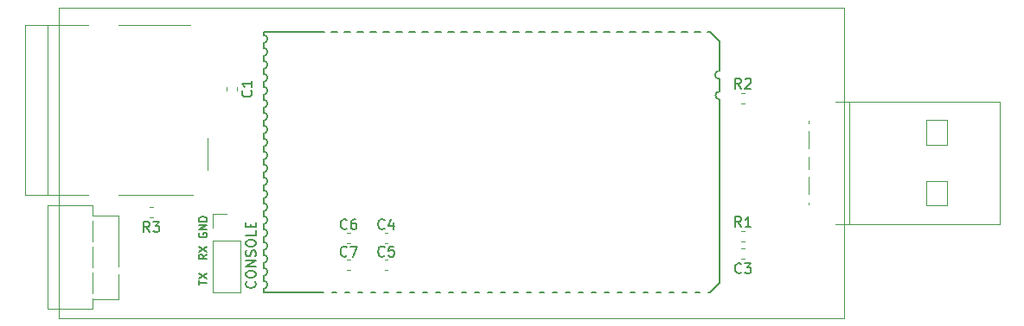
<source format=gbr>
G04 #@! TF.GenerationSoftware,KiCad,Pcbnew,(5.1.5)-3*
G04 #@! TF.CreationDate,2020-07-11T10:03:06+02:00*
G04 #@! TF.ProjectId,switch,73776974-6368-42e6-9b69-6361645f7063,rev?*
G04 #@! TF.SameCoordinates,PX48c2b58PY65ad6b4*
G04 #@! TF.FileFunction,Legend,Top*
G04 #@! TF.FilePolarity,Positive*
%FSLAX46Y46*%
G04 Gerber Fmt 4.6, Leading zero omitted, Abs format (unit mm)*
G04 Created by KiCad (PCBNEW (5.1.5)-3) date 2020-07-11 10:03:06*
%MOMM*%
%LPD*%
G04 APERTURE LIST*
%ADD10C,0.050000*%
%ADD11C,0.150000*%
%ADD12C,0.120000*%
%ADD13C,0.160000*%
%ADD14C,0.102000*%
%ADD15C,0.100000*%
G04 APERTURE END LIST*
D10*
X0Y30480000D02*
X76862000Y30480000D01*
X0Y0D02*
X0Y30480000D01*
X76862000Y0D02*
X0Y0D01*
X76862000Y30480000D02*
X76862000Y0D01*
D11*
X19153142Y3574024D02*
X19200761Y3526405D01*
X19248380Y3383548D01*
X19248380Y3288310D01*
X19200761Y3145453D01*
X19105523Y3050215D01*
X19010285Y3002596D01*
X18819809Y2954977D01*
X18676952Y2954977D01*
X18486476Y3002596D01*
X18391238Y3050215D01*
X18296000Y3145453D01*
X18248380Y3288310D01*
X18248380Y3383548D01*
X18296000Y3526405D01*
X18343619Y3574024D01*
X18248380Y4193072D02*
X18248380Y4383548D01*
X18296000Y4478786D01*
X18391238Y4574024D01*
X18581714Y4621643D01*
X18915047Y4621643D01*
X19105523Y4574024D01*
X19200761Y4478786D01*
X19248380Y4383548D01*
X19248380Y4193072D01*
X19200761Y4097834D01*
X19105523Y4002596D01*
X18915047Y3954977D01*
X18581714Y3954977D01*
X18391238Y4002596D01*
X18296000Y4097834D01*
X18248380Y4193072D01*
X19248380Y5050215D02*
X18248380Y5050215D01*
X19248380Y5621643D01*
X18248380Y5621643D01*
X19200761Y6050215D02*
X19248380Y6193072D01*
X19248380Y6431167D01*
X19200761Y6526405D01*
X19153142Y6574024D01*
X19057904Y6621643D01*
X18962666Y6621643D01*
X18867428Y6574024D01*
X18819809Y6526405D01*
X18772190Y6431167D01*
X18724571Y6240691D01*
X18676952Y6145453D01*
X18629333Y6097834D01*
X18534095Y6050215D01*
X18438857Y6050215D01*
X18343619Y6097834D01*
X18296000Y6145453D01*
X18248380Y6240691D01*
X18248380Y6478786D01*
X18296000Y6621643D01*
X18248380Y7240691D02*
X18248380Y7431167D01*
X18296000Y7526405D01*
X18391238Y7621643D01*
X18581714Y7669262D01*
X18915047Y7669262D01*
X19105523Y7621643D01*
X19200761Y7526405D01*
X19248380Y7431167D01*
X19248380Y7240691D01*
X19200761Y7145453D01*
X19105523Y7050215D01*
X18915047Y7002596D01*
X18581714Y7002596D01*
X18391238Y7050215D01*
X18296000Y7145453D01*
X18248380Y7240691D01*
X19248380Y8574024D02*
X19248380Y8097834D01*
X18248380Y8097834D01*
X18724571Y8907358D02*
X18724571Y9240691D01*
X19248380Y9383548D02*
X19248380Y8907358D01*
X18248380Y8907358D01*
X18248380Y9383548D01*
X13679714Y3251929D02*
X13679714Y3687357D01*
X14441714Y3469643D02*
X13679714Y3469643D01*
X13679714Y3868786D02*
X14441714Y4376786D01*
X13679714Y4376786D02*
X14441714Y3868786D01*
X14441714Y6245501D02*
X14078857Y5991501D01*
X14441714Y5810072D02*
X13679714Y5810072D01*
X13679714Y6100358D01*
X13716000Y6172929D01*
X13752285Y6209215D01*
X13824857Y6245501D01*
X13933714Y6245501D01*
X14006285Y6209215D01*
X14042571Y6172929D01*
X14078857Y6100358D01*
X14078857Y5810072D01*
X13679714Y6499501D02*
X14441714Y7007501D01*
X13679714Y7007501D02*
X14441714Y6499501D01*
X13716000Y8331929D02*
X13679714Y8259357D01*
X13679714Y8150500D01*
X13716000Y8041643D01*
X13788571Y7969072D01*
X13861142Y7932786D01*
X14006285Y7896500D01*
X14115142Y7896500D01*
X14260285Y7932786D01*
X14332857Y7969072D01*
X14405428Y8041643D01*
X14441714Y8150500D01*
X14441714Y8223072D01*
X14405428Y8331929D01*
X14369142Y8368215D01*
X14115142Y8368215D01*
X14115142Y8223072D01*
X14441714Y8694786D02*
X13679714Y8694786D01*
X14441714Y9130215D01*
X13679714Y9130215D01*
X14441714Y9493072D02*
X13679714Y9493072D01*
X13679714Y9674500D01*
X13716000Y9783357D01*
X13788571Y9855929D01*
X13861142Y9892215D01*
X14006285Y9928500D01*
X14115142Y9928500D01*
X14260285Y9892215D01*
X14332857Y9855929D01*
X14405428Y9783357D01*
X14441714Y9674500D01*
X14441714Y9493072D01*
D12*
X8854221Y9904000D02*
X9179779Y9904000D01*
X8854221Y10924000D02*
X9179779Y10924000D01*
D13*
X63518800Y2540000D02*
X63754800Y2540000D01*
X63754800Y2540000D02*
X64642800Y3428000D01*
X64642800Y3428000D02*
X64642800Y21444000D01*
X64642800Y21444000D02*
G75*
G02X64642800Y22244000I0J400000D01*
G01*
X64642800Y22244000D02*
X64642800Y23478000D01*
X64642708Y23477987D02*
G75*
G02X64642800Y24270000I-53908J396013D01*
G01*
X64642800Y24270000D02*
X64642800Y27120000D01*
X64642800Y27120000D02*
X63695800Y28067000D01*
X63695800Y28067000D02*
X63498800Y28067000D01*
X62739800Y28067000D02*
X62228800Y28067000D01*
X61469800Y28067000D02*
X60958800Y28067000D01*
X60199800Y28067000D02*
X59688800Y28067000D01*
X58929800Y28067000D02*
X58418800Y28067000D01*
X57659800Y28067000D02*
X57148800Y28067000D01*
X56389800Y28067000D02*
X55878800Y28067000D01*
X55119800Y28067000D02*
X54608800Y28067000D01*
X53849800Y28067000D02*
X53338800Y28067000D01*
X52579800Y28067000D02*
X52068800Y28067000D01*
X51309800Y28067000D02*
X50798800Y28067000D01*
X50039800Y28067000D02*
X49528800Y28067000D01*
X48769800Y28067000D02*
X48258800Y28067000D01*
X47499800Y28067000D02*
X46988800Y28067000D01*
X46229800Y28067000D02*
X45718800Y28067000D01*
X44959800Y28067000D02*
X44448800Y28067000D01*
X43689800Y28067000D02*
X43178800Y28067000D01*
X42419800Y28067000D02*
X41908800Y28067000D01*
X41149800Y28067000D02*
X40638800Y28067000D01*
X39879800Y28067000D02*
X39368800Y28067000D01*
X38609800Y28067000D02*
X38098800Y28067000D01*
X37339800Y28067000D02*
X36828800Y28067000D01*
X36069800Y28067000D02*
X35558800Y28067000D01*
X34799800Y28067000D02*
X34288800Y28067000D01*
X33529800Y28067000D02*
X33018800Y28067000D01*
X32259800Y28067000D02*
X31748800Y28067000D01*
X30989800Y28067000D02*
X30478800Y28067000D01*
X29719800Y28067000D02*
X29208800Y28067000D01*
X28449800Y28067000D02*
X27938800Y28067000D01*
X27179800Y28067000D02*
X26668800Y28067000D01*
X25909800Y28067000D02*
X19988800Y28067000D01*
X19988800Y28067000D02*
X19988800Y27774000D01*
X19988800Y27774000D02*
G75*
G02X20388800Y27374000I0J-400000D01*
G01*
X20388800Y27374000D02*
G75*
G02X19988800Y26974000I-400000J0D01*
G01*
X19988800Y26974000D02*
X19988800Y26504000D01*
X19988800Y26504000D02*
G75*
G02X20388800Y26104000I0J-400000D01*
G01*
X20388800Y26104000D02*
G75*
G02X19988800Y25704000I-400000J0D01*
G01*
X19988800Y25704000D02*
X19988800Y25234000D01*
X19988800Y25234000D02*
G75*
G02X20388800Y24834000I0J-400000D01*
G01*
X20388800Y24834000D02*
G75*
G02X19988800Y24434000I-400000J0D01*
G01*
X19988800Y24434000D02*
X19988800Y23964000D01*
X19988800Y23964000D02*
G75*
G02X20388800Y23564000I0J-400000D01*
G01*
X20388800Y23564000D02*
G75*
G02X19988800Y23164000I-400000J0D01*
G01*
X19988800Y23164000D02*
X19988800Y22694000D01*
X19988800Y22694000D02*
G75*
G02X20388800Y22294000I0J-400000D01*
G01*
X20388800Y22294000D02*
G75*
G02X19988800Y21894000I-400000J0D01*
G01*
X19988800Y21894000D02*
X19988800Y21424000D01*
X19988800Y21424000D02*
G75*
G02X20388800Y21024000I0J-400000D01*
G01*
X20388800Y21024000D02*
G75*
G02X19988800Y20624000I-400000J0D01*
G01*
X19988800Y20624000D02*
X19988800Y20154000D01*
X19988800Y20154000D02*
G75*
G02X20388800Y19754000I0J-400000D01*
G01*
X20388800Y19754000D02*
G75*
G02X19988800Y19354000I-400000J0D01*
G01*
X19988800Y19354000D02*
X19988800Y18884000D01*
X19988800Y18884000D02*
G75*
G02X20388800Y18484000I0J-400000D01*
G01*
X20388800Y18484000D02*
G75*
G02X19988800Y18084000I-400000J0D01*
G01*
X19988800Y18084000D02*
X19988800Y17614000D01*
X19988800Y17614000D02*
G75*
G02X20388800Y17214000I0J-400000D01*
G01*
X20388800Y17214000D02*
G75*
G02X19988800Y16814000I-400000J0D01*
G01*
X19988800Y16814000D02*
X19988800Y16344000D01*
X19988800Y16344000D02*
G75*
G02X20388800Y15944000I0J-400000D01*
G01*
X20388800Y15944000D02*
G75*
G02X19988800Y15544000I-400000J0D01*
G01*
X19988800Y15544000D02*
X19988800Y15074000D01*
X19988800Y15074000D02*
G75*
G02X20388800Y14674000I0J-400000D01*
G01*
X20388800Y14674000D02*
G75*
G02X19988800Y14274000I-400000J0D01*
G01*
X19988800Y14274000D02*
X19988800Y13804000D01*
X19988800Y13804000D02*
G75*
G02X20388800Y13404000I0J-400000D01*
G01*
X20388800Y13404000D02*
G75*
G02X19988800Y13004000I-400000J0D01*
G01*
X19988800Y13004000D02*
X19988800Y12534000D01*
X19988800Y12534000D02*
G75*
G02X20388800Y12134000I0J-400000D01*
G01*
X20388800Y12134000D02*
G75*
G02X19988800Y11734000I-400000J0D01*
G01*
X19988800Y11734000D02*
X19988800Y11264000D01*
X19988800Y11264000D02*
G75*
G02X20388800Y10864000I0J-400000D01*
G01*
X20388800Y10864000D02*
G75*
G02X19988800Y10464000I-400000J0D01*
G01*
X19988800Y10464000D02*
X19988800Y9994000D01*
X19988800Y9994000D02*
G75*
G02X20388800Y9594000I0J-400000D01*
G01*
X20388800Y9594000D02*
G75*
G02X19988800Y9194000I-400000J0D01*
G01*
X19988800Y9194000D02*
X19988800Y8724000D01*
X19988800Y8724000D02*
G75*
G02X20388800Y8324000I0J-400000D01*
G01*
X20388800Y8324000D02*
G75*
G02X19988800Y7924000I-400000J0D01*
G01*
X19988800Y7924000D02*
X19988800Y7454000D01*
X19988800Y7454000D02*
G75*
G02X20388800Y7054000I0J-400000D01*
G01*
X20388800Y7054000D02*
G75*
G02X19988800Y6654000I-400000J0D01*
G01*
X19988800Y6654000D02*
X19988800Y6184000D01*
X19988800Y6184000D02*
G75*
G02X20388800Y5784000I0J-400000D01*
G01*
X20388800Y5784000D02*
G75*
G02X19988800Y5384000I-400000J0D01*
G01*
X19988800Y5384000D02*
X19988800Y4914000D01*
X19988800Y4914000D02*
G75*
G02X20388800Y4514000I0J-400000D01*
G01*
X20388800Y4514000D02*
G75*
G02X19988800Y4114000I-400000J0D01*
G01*
X19988800Y4114000D02*
X19988800Y3644000D01*
X19988800Y3644000D02*
G75*
G02X20388800Y3244000I0J-400000D01*
G01*
X20388800Y3244000D02*
G75*
G02X19988800Y2844000I-400000J0D01*
G01*
X19988800Y2844000D02*
X19988800Y2540000D01*
X19988800Y2540000D02*
X25888800Y2540000D01*
X26688800Y2540000D02*
X27158800Y2540000D01*
X27958800Y2540000D02*
X28428800Y2540000D01*
X29228800Y2540000D02*
X29698800Y2540000D01*
X30498800Y2540000D02*
X30968800Y2540000D01*
X31768800Y2540000D02*
X32238800Y2540000D01*
X33038800Y2540000D02*
X33508800Y2540000D01*
X34308800Y2540000D02*
X34778800Y2540000D01*
X35578800Y2540000D02*
X36048800Y2540000D01*
X36848800Y2540000D02*
X37318800Y2540000D01*
X38118800Y2540000D02*
X38588800Y2540000D01*
X39388800Y2540000D02*
X39858800Y2540000D01*
X40658800Y2540000D02*
X41128800Y2540000D01*
X41928800Y2540000D02*
X42398800Y2540000D01*
X43198800Y2540000D02*
X43668800Y2540000D01*
X44468800Y2540000D02*
X44938800Y2540000D01*
X45738800Y2540000D02*
X46208800Y2540000D01*
X47008800Y2540000D02*
X47478800Y2540000D01*
X48278800Y2540000D02*
X48748800Y2540000D01*
X49548800Y2540000D02*
X50018800Y2540000D01*
X50818800Y2540000D02*
X51288800Y2540000D01*
X52088800Y2540000D02*
X52558800Y2540000D01*
X53358800Y2540000D02*
X53828800Y2540000D01*
X54628800Y2540000D02*
X55098800Y2540000D01*
X55898800Y2540000D02*
X56368800Y2540000D01*
X57168800Y2540000D02*
X57638800Y2540000D01*
X58438800Y2540000D02*
X58908800Y2540000D01*
X59708800Y2540000D02*
X60178800Y2540000D01*
X60978800Y2540000D02*
X61448800Y2540000D01*
X62248800Y2540000D02*
X62718800Y2540000D01*
D12*
X28158221Y4697000D02*
X28483779Y4697000D01*
X28158221Y5717000D02*
X28483779Y5717000D01*
X28158221Y7364000D02*
X28483779Y7364000D01*
X28158221Y8384000D02*
X28483779Y8384000D01*
X31841221Y4697000D02*
X32166779Y4697000D01*
X31841221Y5717000D02*
X32166779Y5717000D01*
X31841221Y7364000D02*
X32166779Y7364000D01*
X31841221Y8384000D02*
X32166779Y8384000D01*
X5759000Y5089000D02*
X5759000Y10069000D01*
X5759000Y1869000D02*
X5759000Y4309000D01*
X3259000Y10034000D02*
X3259000Y11049000D01*
X3259000Y7494000D02*
X3259000Y9524000D01*
X3259000Y4954000D02*
X3259000Y6984000D01*
X3259000Y2414000D02*
X3259000Y4444000D01*
X3259000Y889000D02*
X3259000Y1904000D01*
X5759000Y10069000D02*
X3259000Y10069000D01*
X3259000Y1869000D02*
X5759000Y1869000D01*
X3259000Y889000D02*
X-1141000Y889000D01*
X-1141000Y11049000D02*
X3259000Y11049000D01*
X-1141000Y889000D02*
X-1141000Y11049000D01*
D14*
X-3359000Y28761000D02*
X-1159000Y28761000D01*
X-3359000Y12061000D02*
X-3359000Y28761000D01*
X-3359000Y12061000D02*
X-1159000Y12061000D01*
X-1159000Y28761000D02*
X2841000Y28761000D01*
X-1159000Y12061000D02*
X-1159000Y28761000D01*
X2841000Y12061000D02*
X-1159000Y12061000D01*
X12841000Y28761000D02*
X5841000Y28761000D01*
X13041000Y12061000D02*
X5841000Y12061000D01*
X14541000Y17661000D02*
X14542000Y14562000D01*
D12*
X66766221Y21080000D02*
X67091779Y21080000D01*
X66766221Y22100000D02*
X67091779Y22100000D01*
X67091779Y8511000D02*
X66766221Y8511000D01*
X67091779Y7491000D02*
X66766221Y7491000D01*
D15*
X73328000Y19138000D02*
X73328000Y19357000D01*
X73328000Y16639000D02*
X73328000Y18342000D01*
X73328000Y14639000D02*
X73328000Y15842000D01*
X73328000Y12138000D02*
X73328000Y13842000D01*
X73328000Y11123000D02*
X73328000Y11342000D01*
X86879000Y13471000D02*
X84879000Y13471000D01*
X84879000Y11024000D02*
X84879000Y13471000D01*
X86879000Y11024000D02*
X84879000Y11024000D01*
X86879000Y13471000D02*
X86879000Y11024000D01*
X86879000Y17008000D02*
X84879000Y17008000D01*
X84879000Y19470000D02*
X84879000Y17008000D01*
X86879000Y19470000D02*
X84879000Y19470000D01*
X86879000Y17008000D02*
X86879000Y19470000D01*
X92043000Y9233000D02*
X76022000Y9233000D01*
X92043000Y21246000D02*
X92043000Y9233000D01*
X92043000Y21246000D02*
X76028000Y21246000D01*
X77328000Y9233000D02*
X77328000Y21246000D01*
D12*
X15053000Y10220000D02*
X16383000Y10220000D01*
X15053000Y8890000D02*
X15053000Y10220000D01*
X15053000Y7620000D02*
X17713000Y7620000D01*
X17713000Y7620000D02*
X17713000Y2480000D01*
X15053000Y7620000D02*
X15053000Y2480000D01*
X15053000Y2480000D02*
X17713000Y2480000D01*
X66766221Y5840000D02*
X67091779Y5840000D01*
X66766221Y6860000D02*
X67091779Y6860000D01*
X16381000Y22641779D02*
X16381000Y22316221D01*
X17401000Y22641779D02*
X17401000Y22316221D01*
D11*
X8850333Y8437620D02*
X8517000Y8913810D01*
X8278904Y8437620D02*
X8278904Y9437620D01*
X8659857Y9437620D01*
X8755095Y9390000D01*
X8802714Y9342381D01*
X8850333Y9247143D01*
X8850333Y9104286D01*
X8802714Y9009048D01*
X8755095Y8961429D01*
X8659857Y8913810D01*
X8278904Y8913810D01*
X9183666Y9437620D02*
X9802714Y9437620D01*
X9469380Y9056667D01*
X9612238Y9056667D01*
X9707476Y9009048D01*
X9755095Y8961429D01*
X9802714Y8866191D01*
X9802714Y8628096D01*
X9755095Y8532858D01*
X9707476Y8485239D01*
X9612238Y8437620D01*
X9326523Y8437620D01*
X9231285Y8485239D01*
X9183666Y8532858D01*
X28154333Y6119858D02*
X28106714Y6072239D01*
X27963857Y6024620D01*
X27868619Y6024620D01*
X27725761Y6072239D01*
X27630523Y6167477D01*
X27582904Y6262715D01*
X27535285Y6453191D01*
X27535285Y6596048D01*
X27582904Y6786524D01*
X27630523Y6881762D01*
X27725761Y6977000D01*
X27868619Y7024620D01*
X27963857Y7024620D01*
X28106714Y6977000D01*
X28154333Y6929381D01*
X28487666Y7024620D02*
X29154333Y7024620D01*
X28725761Y6024620D01*
X28154333Y8786858D02*
X28106714Y8739239D01*
X27963857Y8691620D01*
X27868619Y8691620D01*
X27725761Y8739239D01*
X27630523Y8834477D01*
X27582904Y8929715D01*
X27535285Y9120191D01*
X27535285Y9263048D01*
X27582904Y9453524D01*
X27630523Y9548762D01*
X27725761Y9644000D01*
X27868619Y9691620D01*
X27963857Y9691620D01*
X28106714Y9644000D01*
X28154333Y9596381D01*
X29011476Y9691620D02*
X28821000Y9691620D01*
X28725761Y9644000D01*
X28678142Y9596381D01*
X28582904Y9453524D01*
X28535285Y9263048D01*
X28535285Y8882096D01*
X28582904Y8786858D01*
X28630523Y8739239D01*
X28725761Y8691620D01*
X28916238Y8691620D01*
X29011476Y8739239D01*
X29059095Y8786858D01*
X29106714Y8882096D01*
X29106714Y9120191D01*
X29059095Y9215429D01*
X29011476Y9263048D01*
X28916238Y9310667D01*
X28725761Y9310667D01*
X28630523Y9263048D01*
X28582904Y9215429D01*
X28535285Y9120191D01*
X31837333Y6119858D02*
X31789714Y6072239D01*
X31646857Y6024620D01*
X31551619Y6024620D01*
X31408761Y6072239D01*
X31313523Y6167477D01*
X31265904Y6262715D01*
X31218285Y6453191D01*
X31218285Y6596048D01*
X31265904Y6786524D01*
X31313523Y6881762D01*
X31408761Y6977000D01*
X31551619Y7024620D01*
X31646857Y7024620D01*
X31789714Y6977000D01*
X31837333Y6929381D01*
X32742095Y7024620D02*
X32265904Y7024620D01*
X32218285Y6548429D01*
X32265904Y6596048D01*
X32361142Y6643667D01*
X32599238Y6643667D01*
X32694476Y6596048D01*
X32742095Y6548429D01*
X32789714Y6453191D01*
X32789714Y6215096D01*
X32742095Y6119858D01*
X32694476Y6072239D01*
X32599238Y6024620D01*
X32361142Y6024620D01*
X32265904Y6072239D01*
X32218285Y6119858D01*
X31837333Y8786858D02*
X31789714Y8739239D01*
X31646857Y8691620D01*
X31551619Y8691620D01*
X31408761Y8739239D01*
X31313523Y8834477D01*
X31265904Y8929715D01*
X31218285Y9120191D01*
X31218285Y9263048D01*
X31265904Y9453524D01*
X31313523Y9548762D01*
X31408761Y9644000D01*
X31551619Y9691620D01*
X31646857Y9691620D01*
X31789714Y9644000D01*
X31837333Y9596381D01*
X32694476Y9358286D02*
X32694476Y8691620D01*
X32456380Y9739239D02*
X32218285Y9024953D01*
X32837333Y9024953D01*
X66762333Y22534620D02*
X66429000Y23010810D01*
X66190904Y22534620D02*
X66190904Y23534620D01*
X66571857Y23534620D01*
X66667095Y23487000D01*
X66714714Y23439381D01*
X66762333Y23344143D01*
X66762333Y23201286D01*
X66714714Y23106048D01*
X66667095Y23058429D01*
X66571857Y23010810D01*
X66190904Y23010810D01*
X67143285Y23439381D02*
X67190904Y23487000D01*
X67286142Y23534620D01*
X67524238Y23534620D01*
X67619476Y23487000D01*
X67667095Y23439381D01*
X67714714Y23344143D01*
X67714714Y23248905D01*
X67667095Y23106048D01*
X67095666Y22534620D01*
X67714714Y22534620D01*
X66762333Y8945620D02*
X66429000Y9421810D01*
X66190904Y8945620D02*
X66190904Y9945620D01*
X66571857Y9945620D01*
X66667095Y9898000D01*
X66714714Y9850381D01*
X66762333Y9755143D01*
X66762333Y9612286D01*
X66714714Y9517048D01*
X66667095Y9469429D01*
X66571857Y9421810D01*
X66190904Y9421810D01*
X67714714Y8945620D02*
X67143285Y8945620D01*
X67429000Y8945620D02*
X67429000Y9945620D01*
X67333761Y9802762D01*
X67238523Y9707524D01*
X67143285Y9659905D01*
X66762333Y4468858D02*
X66714714Y4421239D01*
X66571857Y4373620D01*
X66476619Y4373620D01*
X66333761Y4421239D01*
X66238523Y4516477D01*
X66190904Y4611715D01*
X66143285Y4802191D01*
X66143285Y4945048D01*
X66190904Y5135524D01*
X66238523Y5230762D01*
X66333761Y5326000D01*
X66476619Y5373620D01*
X66571857Y5373620D01*
X66714714Y5326000D01*
X66762333Y5278381D01*
X67095666Y5373620D02*
X67714714Y5373620D01*
X67381380Y4992667D01*
X67524238Y4992667D01*
X67619476Y4945048D01*
X67667095Y4897429D01*
X67714714Y4802191D01*
X67714714Y4564096D01*
X67667095Y4468858D01*
X67619476Y4421239D01*
X67524238Y4373620D01*
X67238523Y4373620D01*
X67143285Y4421239D01*
X67095666Y4468858D01*
X18772142Y22312334D02*
X18819761Y22264715D01*
X18867380Y22121858D01*
X18867380Y22026620D01*
X18819761Y21883762D01*
X18724523Y21788524D01*
X18629285Y21740905D01*
X18438809Y21693286D01*
X18295952Y21693286D01*
X18105476Y21740905D01*
X18010238Y21788524D01*
X17915000Y21883762D01*
X17867380Y22026620D01*
X17867380Y22121858D01*
X17915000Y22264715D01*
X17962619Y22312334D01*
X18867380Y23264715D02*
X18867380Y22693286D01*
X18867380Y22979000D02*
X17867380Y22979000D01*
X18010238Y22883762D01*
X18105476Y22788524D01*
X18153095Y22693286D01*
M02*

</source>
